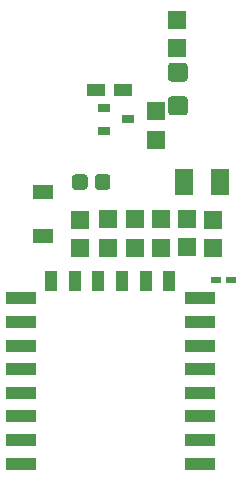
<source format=gbr>
G04 #@! TF.GenerationSoftware,KiCad,Pcbnew,(5.1.9)-1*
G04 #@! TF.CreationDate,2021-03-01T14:14:47+01:00*
G04 #@! TF.ProjectId,button timer v1.2.1_Coin_Cell,62757474-6f6e-4207-9469-6d6572207631,rev?*
G04 #@! TF.SameCoordinates,Original*
G04 #@! TF.FileFunction,Paste,Top*
G04 #@! TF.FilePolarity,Positive*
%FSLAX46Y46*%
G04 Gerber Fmt 4.6, Leading zero omitted, Abs format (unit mm)*
G04 Created by KiCad (PCBNEW (5.1.9)-1) date 2021-03-01 14:14:47*
%MOMM*%
%LPD*%
G01*
G04 APERTURE LIST*
%ADD10R,2.500000X1.000000*%
%ADD11R,1.000000X1.800000*%
%ADD12R,1.000000X0.800000*%
%ADD13R,1.650000X2.250000*%
%ADD14R,0.900000X0.620000*%
%ADD15R,1.500000X1.100000*%
%ADD16R,1.500000X1.500000*%
%ADD17R,1.700000X1.300000*%
G04 APERTURE END LIST*
D10*
G04 #@! TO.C,X1*
X118130000Y-93670000D03*
X118130000Y-91670000D03*
X118130000Y-89670000D03*
X118130000Y-87670000D03*
X118130000Y-85670000D03*
X118130000Y-83670000D03*
X118130000Y-81670000D03*
X118130000Y-79670000D03*
D11*
X120730000Y-78170000D03*
X122730000Y-78170000D03*
X124730000Y-78170000D03*
X126730000Y-78170000D03*
X128730000Y-78170000D03*
X130730000Y-78170000D03*
D10*
X133330000Y-79670000D03*
X133330000Y-81670000D03*
X133330000Y-83670000D03*
X133330000Y-85670000D03*
X133330000Y-87670000D03*
X133330000Y-89670000D03*
X133330000Y-91670000D03*
X133330000Y-93670000D03*
G04 #@! TD*
D12*
G04 #@! TO.C,Q1*
X127260000Y-64530000D03*
X125160000Y-65480000D03*
X125160000Y-63580000D03*
G04 #@! TD*
G04 #@! TO.C,D1*
G36*
G01*
X132025000Y-61335000D02*
X130875000Y-61335000D01*
G75*
G02*
X130625000Y-61085000I0J250000D01*
G01*
X130625000Y-59985000D01*
G75*
G02*
X130875000Y-59735000I250000J0D01*
G01*
X132025000Y-59735000D01*
G75*
G02*
X132275000Y-59985000I0J-250000D01*
G01*
X132275000Y-61085000D01*
G75*
G02*
X132025000Y-61335000I-250000J0D01*
G01*
G37*
G36*
G01*
X132025000Y-64185000D02*
X130875000Y-64185000D01*
G75*
G02*
X130625000Y-63935000I0J250000D01*
G01*
X130625000Y-62835000D01*
G75*
G02*
X130875000Y-62585000I250000J0D01*
G01*
X132025000Y-62585000D01*
G75*
G02*
X132275000Y-62835000I0J-250000D01*
G01*
X132275000Y-63935000D01*
G75*
G02*
X132025000Y-64185000I-250000J0D01*
G01*
G37*
G04 #@! TD*
D13*
G04 #@! TO.C,C6*
X131958080Y-69865240D03*
X135058080Y-69865240D03*
G04 #@! TD*
G04 #@! TO.C,D2*
G36*
G01*
X124420000Y-70230001D02*
X124420000Y-69429999D01*
G75*
G02*
X124669999Y-69180000I249999J0D01*
G01*
X125495001Y-69180000D01*
G75*
G02*
X125745000Y-69429999I0J-249999D01*
G01*
X125745000Y-70230001D01*
G75*
G02*
X125495001Y-70480000I-249999J0D01*
G01*
X124669999Y-70480000D01*
G75*
G02*
X124420000Y-70230001I0J249999D01*
G01*
G37*
G36*
G01*
X122495000Y-70230001D02*
X122495000Y-69429999D01*
G75*
G02*
X122744999Y-69180000I249999J0D01*
G01*
X123570001Y-69180000D01*
G75*
G02*
X123820000Y-69429999I0J-249999D01*
G01*
X123820000Y-70230001D01*
G75*
G02*
X123570001Y-70480000I-249999J0D01*
G01*
X122744999Y-70480000D01*
G75*
G02*
X122495000Y-70230001I0J249999D01*
G01*
G37*
G04 #@! TD*
D14*
G04 #@! TO.C,C7*
X134640560Y-78155800D03*
X135940560Y-78155800D03*
G04 #@! TD*
D15*
G04 #@! TO.C,C5*
X126840000Y-62010000D03*
X124540000Y-62010000D03*
G04 #@! TD*
D16*
G04 #@! TO.C,R9*
X130000000Y-75375000D03*
X130000000Y-72975000D03*
G04 #@! TD*
G04 #@! TO.C,R7*
X129590000Y-63850000D03*
X129590000Y-66250000D03*
G04 #@! TD*
G04 #@! TO.C,R6*
X131410000Y-56120000D03*
X131410000Y-58520000D03*
G04 #@! TD*
G04 #@! TO.C,R5*
X123125000Y-75425000D03*
X123125000Y-73025000D03*
G04 #@! TD*
G04 #@! TO.C,R4*
X127850000Y-75400000D03*
X127850000Y-73000000D03*
G04 #@! TD*
G04 #@! TO.C,R3*
X132257800Y-75368000D03*
X132257800Y-72968000D03*
G04 #@! TD*
G04 #@! TO.C,R2*
X125550000Y-75400000D03*
X125550000Y-73000000D03*
G04 #@! TD*
G04 #@! TO.C,R1*
X134416800Y-75418800D03*
X134416800Y-73018800D03*
G04 #@! TD*
D17*
G04 #@! TO.C,SW2*
X120070000Y-70660000D03*
X120070000Y-74360000D03*
G04 #@! TD*
M02*

</source>
